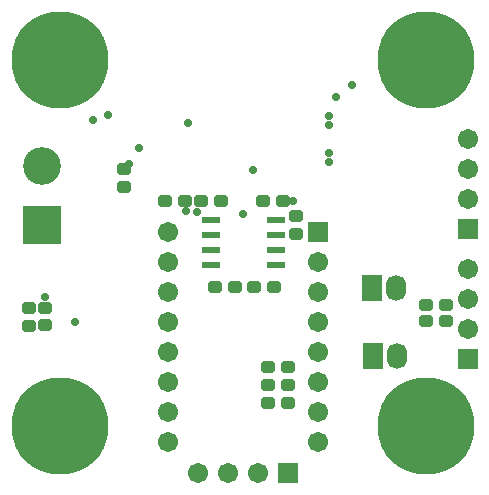
<source format=gbs>
G04*
G04 #@! TF.GenerationSoftware,Altium Limited,Altium Designer,20.0.7 (75)*
G04*
G04 Layer_Color=16711935*
%FSLAX44Y44*%
%MOMM*%
G71*
G01*
G75*
G04:AMPARAMS|DCode=34|XSize=1.1032mm|YSize=1.0032mm|CornerRadius=0.1616mm|HoleSize=0mm|Usage=FLASHONLY|Rotation=0.000|XOffset=0mm|YOffset=0mm|HoleType=Round|Shape=RoundedRectangle|*
%AMROUNDEDRECTD34*
21,1,1.1032,0.6800,0,0,0.0*
21,1,0.7800,1.0032,0,0,0.0*
1,1,0.3232,0.3900,-0.3400*
1,1,0.3232,-0.3900,-0.3400*
1,1,0.3232,-0.3900,0.3400*
1,1,0.3232,0.3900,0.3400*
%
%ADD34ROUNDEDRECTD34*%
G04:AMPARAMS|DCode=42|XSize=1.0032mm|YSize=1.1032mm|CornerRadius=0.1616mm|HoleSize=0mm|Usage=FLASHONLY|Rotation=90.000|XOffset=0mm|YOffset=0mm|HoleType=Round|Shape=RoundedRectangle|*
%AMROUNDEDRECTD42*
21,1,1.0032,0.7800,0,0,90.0*
21,1,0.6800,1.1032,0,0,90.0*
1,1,0.3232,0.3900,0.3400*
1,1,0.3232,0.3900,-0.3400*
1,1,0.3232,-0.3900,-0.3400*
1,1,0.3232,-0.3900,0.3400*
%
%ADD42ROUNDEDRECTD42*%
%ADD47C,1.7032*%
%ADD48R,1.7032X1.7032*%
%ADD49C,3.2032*%
%ADD50R,3.2032X3.2032*%
%ADD51R,1.7032X1.7032*%
%ADD52R,1.7032X2.2032*%
%ADD53O,1.7032X2.2032*%
%ADD54C,8.2032*%
%ADD55C,0.7032*%
%ADD70R,1.6030X0.5588*%
D34*
X21000Y-105500D02*
D03*
X38000D02*
D03*
X21000Y-120500D02*
D03*
X38000D02*
D03*
X21000Y-135500D02*
D03*
X38000D02*
D03*
X154500Y-66000D02*
D03*
X171500D02*
D03*
X154500Y-53000D02*
D03*
X171500D02*
D03*
X-23500Y-37500D02*
D03*
X-6500D02*
D03*
X9000D02*
D03*
X26000D02*
D03*
X16500Y35000D02*
D03*
X33500D02*
D03*
X-49000D02*
D03*
X-66000D02*
D03*
X-36000D02*
D03*
X-19000D02*
D03*
D42*
X-167500Y-70000D02*
D03*
Y-55000D02*
D03*
X-181000Y-70500D02*
D03*
Y-55500D02*
D03*
X-101000Y62500D02*
D03*
Y47500D02*
D03*
X45000Y7500D02*
D03*
Y22500D02*
D03*
D47*
X12700Y-195000D02*
D03*
X-12700Y-195000D02*
D03*
X-38100D02*
D03*
X-63500Y8900D02*
D03*
Y-16500D02*
D03*
Y-41900D02*
D03*
Y-67300D02*
D03*
Y-92700D02*
D03*
Y-118100D02*
D03*
Y-143500D02*
D03*
Y-168900D02*
D03*
X63500D02*
D03*
Y-143500D02*
D03*
Y-118100D02*
D03*
Y-67300D02*
D03*
Y-41900D02*
D03*
X63500Y-16501D02*
D03*
X63500Y-92700D02*
D03*
X190000Y-72700D02*
D03*
X190000Y-47300D02*
D03*
Y-21900D02*
D03*
X190000Y37300D02*
D03*
X190000Y62700D02*
D03*
Y88100D02*
D03*
D48*
X38100Y-195000D02*
D03*
D49*
X-170000Y65000D02*
D03*
D50*
Y15000D02*
D03*
D51*
X63500Y8899D02*
D03*
X190000Y-98100D02*
D03*
Y11900D02*
D03*
D52*
X110000Y-96000D02*
D03*
X109000Y-38000D02*
D03*
D53*
X130000Y-96000D02*
D03*
X129000Y-38000D02*
D03*
D54*
X-155000Y155000D02*
D03*
X155000D02*
D03*
X-155000Y-155000D02*
D03*
X155000D02*
D03*
D55*
X-97000Y67000D02*
D03*
X-142304Y-67384D02*
D03*
X72250Y76230D02*
D03*
X72323Y68056D02*
D03*
X-126750Y104250D02*
D03*
X-88000Y80250D02*
D03*
X-114750Y108000D02*
D03*
X-167750Y-46250D02*
D03*
X-48750Y27040D02*
D03*
X42000Y35000D02*
D03*
X8250Y61500D02*
D03*
X79000Y123250D02*
D03*
X91750Y133250D02*
D03*
X-46750Y101250D02*
D03*
X72750Y99500D02*
D03*
Y107500D02*
D03*
X-39252Y26001D02*
D03*
X-479Y24521D02*
D03*
D70*
X27573Y19050D02*
D03*
Y6350D02*
D03*
Y-6350D02*
D03*
Y-19050D02*
D03*
X-27573D02*
D03*
Y-6350D02*
D03*
Y6350D02*
D03*
Y19050D02*
D03*
M02*

</source>
